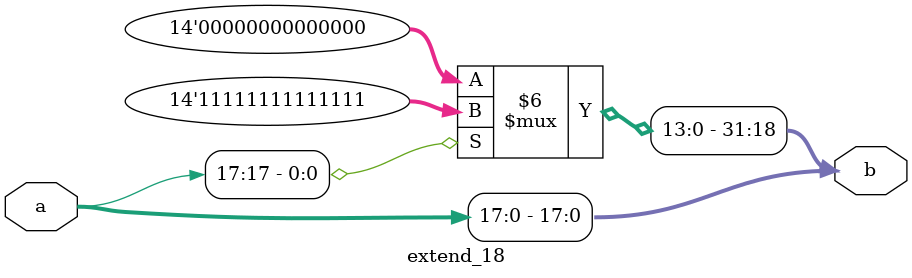
<source format=v>
`timescale 1ns / 1ps
module extend_18(
    input [17:0] a,
    output reg [31:0] b
    );
	always @(a)
	begin:LABEL
		if(a[17] == 1)
		begin 
			b[31:0] = 32'hffffffff;
			b[17:0] = a[17:0];
		end
		else
		begin 
			b[31:0] = 32'h00000000;
			b[17:0] = a[17:0];
		end
	end

endmodule

</source>
